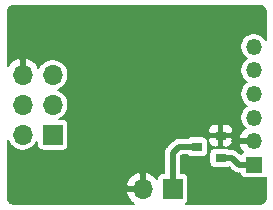
<source format=gbr>
%TF.GenerationSoftware,KiCad,Pcbnew,5.1.9-73d0e3b20d~88~ubuntu20.04.1*%
%TF.CreationDate,2021-03-05T17:06:57-06:00*%
%TF.ProjectId,avricsp-breakout,61767269-6373-4702-9d62-7265616b6f75,rev?*%
%TF.SameCoordinates,Original*%
%TF.FileFunction,Copper,L2,Bot*%
%TF.FilePolarity,Positive*%
%FSLAX46Y46*%
G04 Gerber Fmt 4.6, Leading zero omitted, Abs format (unit mm)*
G04 Created by KiCad (PCBNEW 5.1.9-73d0e3b20d~88~ubuntu20.04.1) date 2021-03-05 17:06:57*
%MOMM*%
%LPD*%
G01*
G04 APERTURE LIST*
%TA.AperFunction,ComponentPad*%
%ADD10O,1.350000X1.350000*%
%TD*%
%TA.AperFunction,ComponentPad*%
%ADD11R,1.350000X1.350000*%
%TD*%
%TA.AperFunction,SMDPad,CuDef*%
%ADD12R,0.900000X0.800000*%
%TD*%
%TA.AperFunction,ComponentPad*%
%ADD13O,1.700000X1.700000*%
%TD*%
%TA.AperFunction,ComponentPad*%
%ADD14R,1.700000X1.700000*%
%TD*%
%TA.AperFunction,ViaPad*%
%ADD15C,0.800000*%
%TD*%
%TA.AperFunction,Conductor*%
%ADD16C,0.508000*%
%TD*%
%TA.AperFunction,Conductor*%
%ADD17C,0.203200*%
%TD*%
%TA.AperFunction,Conductor*%
%ADD18C,0.100000*%
%TD*%
G04 APERTURE END LIST*
D10*
%TO.P,J2,6*%
%TO.N,/~RST*%
X137922000Y-108364000D03*
%TO.P,J2,5*%
%TO.N,/SCK*%
X137922000Y-110364000D03*
%TO.P,J2,4*%
%TO.N,/MOSI*%
X137922000Y-112364000D03*
%TO.P,J2,3*%
%TO.N,/MISO*%
X137922000Y-114364000D03*
%TO.P,J2,2*%
%TO.N,GND*%
X137922000Y-116364000D03*
D11*
%TO.P,J2,1*%
%TO.N,VCC*%
X137922000Y-118364000D03*
%TD*%
D12*
%TO.P,Q1,3*%
%TO.N,/Vraw+*%
X133112000Y-116840000D03*
%TO.P,Q1,2*%
%TO.N,VCC*%
X135112000Y-117790000D03*
%TO.P,Q1,1*%
%TO.N,GND*%
X135112000Y-115890000D03*
%TD*%
D13*
%TO.P,ICSP,6*%
%TO.N,GND*%
X118364000Y-110744000D03*
%TO.P,ICSP,5*%
%TO.N,Net-(J3-Pad5)*%
X120904000Y-110744000D03*
%TO.P,ICSP,4*%
%TO.N,Net-(J3-Pad4)*%
X118364000Y-113284000D03*
%TO.P,ICSP,3*%
%TO.N,Net-(J3-Pad3)*%
X120904000Y-113284000D03*
%TO.P,ICSP,2*%
%TO.N,VCC*%
X118364000Y-115824000D03*
D14*
%TO.P,ICSP,1*%
%TO.N,Net-(J3-Pad1)*%
X120904000Y-115824000D03*
%TD*%
D13*
%TO.P,PWR,2*%
%TO.N,GND*%
X128524000Y-120396000D03*
D14*
%TO.P,PWR,1*%
%TO.N,/Vraw+*%
X131064000Y-120396000D03*
%TD*%
D15*
%TO.N,GND*%
X137922000Y-120396000D03*
X133350000Y-120396000D03*
X136144000Y-113284000D03*
X136144000Y-111252000D03*
X136144000Y-109474000D03*
X136144000Y-106934000D03*
X130048000Y-109474000D03*
X130048000Y-111252000D03*
X130048000Y-113284000D03*
X130048000Y-106934000D03*
X133350000Y-115316000D03*
X136398000Y-116332000D03*
X129540000Y-118618000D03*
X126492000Y-120396000D03*
X122428000Y-117348000D03*
X117602000Y-105410000D03*
X138430000Y-105410000D03*
X117602000Y-108458000D03*
X117602000Y-118618000D03*
X117602000Y-121158000D03*
X123190000Y-121158000D03*
%TD*%
D16*
%TO.N,VCC*%
X137922000Y-118364000D02*
X136652000Y-118364000D01*
X136078000Y-117790000D02*
X135112000Y-117790000D01*
X136652000Y-118364000D02*
X136078000Y-117790000D01*
%TO.N,/Vraw+*%
X131064000Y-120396000D02*
X131572000Y-120396000D01*
X133112000Y-116840000D02*
X131572000Y-116840000D01*
X131064000Y-117348000D02*
X131064000Y-120396000D01*
X131572000Y-116840000D02*
X131064000Y-117348000D01*
%TD*%
D17*
%TO.N,GND*%
X138528275Y-104913670D02*
X138622807Y-104942211D01*
X138709999Y-104988571D01*
X138786520Y-105050981D01*
X138849466Y-105127070D01*
X138896430Y-105213926D01*
X138925632Y-105308264D01*
X138938401Y-105429754D01*
X138938401Y-107801526D01*
X138821167Y-107626073D01*
X138659927Y-107464833D01*
X138470329Y-107338148D01*
X138259659Y-107250886D01*
X138036014Y-107206400D01*
X137807986Y-107206400D01*
X137584341Y-107250886D01*
X137373671Y-107338148D01*
X137184073Y-107464833D01*
X137022833Y-107626073D01*
X136896148Y-107815671D01*
X136808886Y-108026341D01*
X136764400Y-108249986D01*
X136764400Y-108478014D01*
X136808886Y-108701659D01*
X136896148Y-108912329D01*
X137022833Y-109101927D01*
X137184073Y-109263167D01*
X137334981Y-109364000D01*
X137184073Y-109464833D01*
X137022833Y-109626073D01*
X136896148Y-109815671D01*
X136808886Y-110026341D01*
X136764400Y-110249986D01*
X136764400Y-110478014D01*
X136808886Y-110701659D01*
X136896148Y-110912329D01*
X137022833Y-111101927D01*
X137184073Y-111263167D01*
X137334981Y-111364000D01*
X137184073Y-111464833D01*
X137022833Y-111626073D01*
X136896148Y-111815671D01*
X136808886Y-112026341D01*
X136764400Y-112249986D01*
X136764400Y-112478014D01*
X136808886Y-112701659D01*
X136896148Y-112912329D01*
X137022833Y-113101927D01*
X137184073Y-113263167D01*
X137334981Y-113364000D01*
X137184073Y-113464833D01*
X137022833Y-113626073D01*
X136896148Y-113815671D01*
X136808886Y-114026341D01*
X136764400Y-114249986D01*
X136764400Y-114478014D01*
X136808886Y-114701659D01*
X136896148Y-114912329D01*
X137022833Y-115101927D01*
X137184073Y-115263167D01*
X137226339Y-115291408D01*
X137125593Y-115356057D01*
X136944256Y-115530796D01*
X136800493Y-115737554D01*
X136699829Y-115968386D01*
X136686016Y-116013940D01*
X136800104Y-116211600D01*
X137769600Y-116211600D01*
X137769600Y-116191600D01*
X138074400Y-116191600D01*
X138074400Y-116211600D01*
X138094400Y-116211600D01*
X138094400Y-116516400D01*
X138074400Y-116516400D01*
X138074400Y-116536400D01*
X137769600Y-116536400D01*
X137769600Y-116516400D01*
X136800104Y-116516400D01*
X136686016Y-116714060D01*
X136699829Y-116759614D01*
X136800493Y-116990446D01*
X136944256Y-117197204D01*
X137015279Y-117265643D01*
X136977585Y-117285791D01*
X136904099Y-117346099D01*
X136843791Y-117419585D01*
X136810875Y-117481166D01*
X136624445Y-117294736D01*
X136601375Y-117266625D01*
X136489213Y-117174576D01*
X136361249Y-117106178D01*
X136222399Y-117064058D01*
X136114186Y-117053400D01*
X136114183Y-117053400D01*
X136078000Y-117049836D01*
X136041817Y-117053400D01*
X135910072Y-117053400D01*
X135904901Y-117047099D01*
X135831415Y-116986791D01*
X135747577Y-116941978D01*
X135656606Y-116914383D01*
X135562000Y-116905065D01*
X134662000Y-116905065D01*
X134567394Y-116914383D01*
X134476423Y-116941978D01*
X134392585Y-116986791D01*
X134319099Y-117047099D01*
X134258791Y-117120585D01*
X134213978Y-117204423D01*
X134186383Y-117295394D01*
X134177065Y-117390000D01*
X134177065Y-118190000D01*
X134186383Y-118284606D01*
X134213978Y-118375577D01*
X134258791Y-118459415D01*
X134319099Y-118532901D01*
X134392585Y-118593209D01*
X134476423Y-118638022D01*
X134567394Y-118665617D01*
X134662000Y-118674935D01*
X135562000Y-118674935D01*
X135656606Y-118665617D01*
X135747577Y-118638022D01*
X135831415Y-118593209D01*
X135835855Y-118589565D01*
X136105559Y-118859269D01*
X136128625Y-118887375D01*
X136240787Y-118979424D01*
X136368751Y-119047822D01*
X136507601Y-119089942D01*
X136652000Y-119104164D01*
X136688186Y-119100600D01*
X136768132Y-119100600D01*
X136771383Y-119133606D01*
X136798978Y-119224577D01*
X136843791Y-119308415D01*
X136904099Y-119381901D01*
X136977585Y-119442209D01*
X137061423Y-119487022D01*
X137152394Y-119514617D01*
X137247000Y-119523935D01*
X138597000Y-119523935D01*
X138691606Y-119514617D01*
X138782577Y-119487022D01*
X138866415Y-119442209D01*
X138938400Y-119383133D01*
X138938400Y-121133177D01*
X138926330Y-121256274D01*
X138897788Y-121350810D01*
X138851429Y-121437998D01*
X138789019Y-121514520D01*
X138712932Y-121577465D01*
X138626073Y-121624430D01*
X138531737Y-121653632D01*
X138410255Y-121666400D01*
X132151253Y-121666400D01*
X132183415Y-121649209D01*
X132256901Y-121588901D01*
X132317209Y-121515415D01*
X132362022Y-121431577D01*
X132389617Y-121340606D01*
X132398935Y-121246000D01*
X132398935Y-119546000D01*
X132389617Y-119451394D01*
X132362022Y-119360423D01*
X132317209Y-119276585D01*
X132256901Y-119203099D01*
X132183415Y-119142791D01*
X132099577Y-119097978D01*
X132008606Y-119070383D01*
X131914000Y-119061065D01*
X131800600Y-119061065D01*
X131800600Y-117653109D01*
X131877109Y-117576600D01*
X132313928Y-117576600D01*
X132319099Y-117582901D01*
X132392585Y-117643209D01*
X132476423Y-117688022D01*
X132567394Y-117715617D01*
X132662000Y-117724935D01*
X133562000Y-117724935D01*
X133656606Y-117715617D01*
X133747577Y-117688022D01*
X133831415Y-117643209D01*
X133904901Y-117582901D01*
X133965209Y-117509415D01*
X134010022Y-117425577D01*
X134037617Y-117334606D01*
X134046935Y-117240000D01*
X134046935Y-116440000D01*
X134037617Y-116345394D01*
X134020814Y-116290000D01*
X134049450Y-116290000D01*
X134061220Y-116409503D01*
X134096078Y-116524413D01*
X134152683Y-116630315D01*
X134228862Y-116723138D01*
X134321685Y-116799317D01*
X134427587Y-116855922D01*
X134542497Y-116890780D01*
X134662000Y-116902550D01*
X134807200Y-116899600D01*
X134959600Y-116747200D01*
X134959600Y-116042400D01*
X135264400Y-116042400D01*
X135264400Y-116747200D01*
X135416800Y-116899600D01*
X135562000Y-116902550D01*
X135681503Y-116890780D01*
X135796413Y-116855922D01*
X135902315Y-116799317D01*
X135995138Y-116723138D01*
X136071317Y-116630315D01*
X136127922Y-116524413D01*
X136162780Y-116409503D01*
X136174550Y-116290000D01*
X136171600Y-116194800D01*
X136019200Y-116042400D01*
X135264400Y-116042400D01*
X134959600Y-116042400D01*
X134204800Y-116042400D01*
X134052400Y-116194800D01*
X134049450Y-116290000D01*
X134020814Y-116290000D01*
X134010022Y-116254423D01*
X133965209Y-116170585D01*
X133904901Y-116097099D01*
X133831415Y-116036791D01*
X133747577Y-115991978D01*
X133656606Y-115964383D01*
X133562000Y-115955065D01*
X132662000Y-115955065D01*
X132567394Y-115964383D01*
X132476423Y-115991978D01*
X132392585Y-116036791D01*
X132319099Y-116097099D01*
X132313928Y-116103400D01*
X131608175Y-116103400D01*
X131571999Y-116099837D01*
X131535823Y-116103400D01*
X131535814Y-116103400D01*
X131427601Y-116114058D01*
X131288751Y-116156178D01*
X131160787Y-116224576D01*
X131048625Y-116316625D01*
X131025554Y-116344737D01*
X130568732Y-116801559D01*
X130540625Y-116824626D01*
X130517559Y-116852732D01*
X130517558Y-116852733D01*
X130511941Y-116859577D01*
X130448576Y-116936788D01*
X130380178Y-117064752D01*
X130338058Y-117203602D01*
X130327400Y-117311814D01*
X130323836Y-117348000D01*
X130327400Y-117384183D01*
X130327401Y-119061065D01*
X130214000Y-119061065D01*
X130119394Y-119070383D01*
X130028423Y-119097978D01*
X129944585Y-119142791D01*
X129871099Y-119203099D01*
X129810791Y-119276585D01*
X129765978Y-119360423D01*
X129738383Y-119451394D01*
X129729065Y-119546000D01*
X129729065Y-119583151D01*
X129682087Y-119507585D01*
X129486514Y-119298724D01*
X129253952Y-119132031D01*
X128993338Y-119013911D01*
X128901607Y-118986090D01*
X128676400Y-119097714D01*
X128676400Y-120243600D01*
X128696400Y-120243600D01*
X128696400Y-120548400D01*
X128676400Y-120548400D01*
X128676400Y-120568400D01*
X128371600Y-120568400D01*
X128371600Y-120548400D01*
X127224772Y-120548400D01*
X127114085Y-120773608D01*
X127214844Y-121041413D01*
X127365913Y-121284415D01*
X127561486Y-121493276D01*
X127794048Y-121659969D01*
X127808237Y-121666400D01*
X117626823Y-121666400D01*
X117503726Y-121654330D01*
X117409190Y-121625788D01*
X117322002Y-121579429D01*
X117245480Y-121517019D01*
X117182535Y-121440932D01*
X117135570Y-121354073D01*
X117106368Y-121259737D01*
X117093600Y-121138255D01*
X117093600Y-120018392D01*
X127114085Y-120018392D01*
X127224772Y-120243600D01*
X128371600Y-120243600D01*
X128371600Y-119097714D01*
X128146393Y-118986090D01*
X128054662Y-119013911D01*
X127794048Y-119132031D01*
X127561486Y-119298724D01*
X127365913Y-119507585D01*
X127214844Y-119750587D01*
X127114085Y-120018392D01*
X117093600Y-120018392D01*
X117093600Y-116239235D01*
X117183065Y-116455223D01*
X117328902Y-116673483D01*
X117514517Y-116859098D01*
X117732777Y-117004935D01*
X117975295Y-117105389D01*
X118232750Y-117156600D01*
X118495250Y-117156600D01*
X118752705Y-117105389D01*
X118995223Y-117004935D01*
X119213483Y-116859098D01*
X119399098Y-116673483D01*
X119544935Y-116455223D01*
X119569065Y-116396968D01*
X119569065Y-116674000D01*
X119578383Y-116768606D01*
X119605978Y-116859577D01*
X119650791Y-116943415D01*
X119711099Y-117016901D01*
X119784585Y-117077209D01*
X119868423Y-117122022D01*
X119959394Y-117149617D01*
X120054000Y-117158935D01*
X121754000Y-117158935D01*
X121848606Y-117149617D01*
X121939577Y-117122022D01*
X122023415Y-117077209D01*
X122096901Y-117016901D01*
X122157209Y-116943415D01*
X122202022Y-116859577D01*
X122229617Y-116768606D01*
X122238935Y-116674000D01*
X122238935Y-115490000D01*
X134049450Y-115490000D01*
X134052400Y-115585200D01*
X134204800Y-115737600D01*
X134959600Y-115737600D01*
X134959600Y-115032800D01*
X135264400Y-115032800D01*
X135264400Y-115737600D01*
X136019200Y-115737600D01*
X136171600Y-115585200D01*
X136174550Y-115490000D01*
X136162780Y-115370497D01*
X136127922Y-115255587D01*
X136071317Y-115149685D01*
X135995138Y-115056862D01*
X135902315Y-114980683D01*
X135796413Y-114924078D01*
X135681503Y-114889220D01*
X135562000Y-114877450D01*
X135416800Y-114880400D01*
X135264400Y-115032800D01*
X134959600Y-115032800D01*
X134807200Y-114880400D01*
X134662000Y-114877450D01*
X134542497Y-114889220D01*
X134427587Y-114924078D01*
X134321685Y-114980683D01*
X134228862Y-115056862D01*
X134152683Y-115149685D01*
X134096078Y-115255587D01*
X134061220Y-115370497D01*
X134049450Y-115490000D01*
X122238935Y-115490000D01*
X122238935Y-114974000D01*
X122229617Y-114879394D01*
X122202022Y-114788423D01*
X122157209Y-114704585D01*
X122096901Y-114631099D01*
X122023415Y-114570791D01*
X121939577Y-114525978D01*
X121848606Y-114498383D01*
X121754000Y-114489065D01*
X121476968Y-114489065D01*
X121535223Y-114464935D01*
X121753483Y-114319098D01*
X121939098Y-114133483D01*
X122084935Y-113915223D01*
X122185389Y-113672705D01*
X122236600Y-113415250D01*
X122236600Y-113152750D01*
X122185389Y-112895295D01*
X122084935Y-112652777D01*
X121939098Y-112434517D01*
X121753483Y-112248902D01*
X121535223Y-112103065D01*
X121320201Y-112014000D01*
X121535223Y-111924935D01*
X121753483Y-111779098D01*
X121939098Y-111593483D01*
X122084935Y-111375223D01*
X122185389Y-111132705D01*
X122236600Y-110875250D01*
X122236600Y-110612750D01*
X122185389Y-110355295D01*
X122084935Y-110112777D01*
X121939098Y-109894517D01*
X121753483Y-109708902D01*
X121535223Y-109563065D01*
X121292705Y-109462611D01*
X121035250Y-109411400D01*
X120772750Y-109411400D01*
X120515295Y-109462611D01*
X120272777Y-109563065D01*
X120054517Y-109708902D01*
X119868902Y-109894517D01*
X119723065Y-110112777D01*
X119699023Y-110170819D01*
X119627969Y-110014048D01*
X119461276Y-109781486D01*
X119252415Y-109585913D01*
X119009413Y-109434844D01*
X118741608Y-109334085D01*
X118516400Y-109444772D01*
X118516400Y-110591600D01*
X118536400Y-110591600D01*
X118536400Y-110896400D01*
X118516400Y-110896400D01*
X118516400Y-110916400D01*
X118211600Y-110916400D01*
X118211600Y-110896400D01*
X118191600Y-110896400D01*
X118191600Y-110591600D01*
X118211600Y-110591600D01*
X118211600Y-109444772D01*
X117986392Y-109334085D01*
X117718587Y-109434844D01*
X117475585Y-109585913D01*
X117266724Y-109781486D01*
X117100031Y-110014048D01*
X117093600Y-110028237D01*
X117093600Y-105434823D01*
X117105670Y-105311725D01*
X117134211Y-105217193D01*
X117180571Y-105130001D01*
X117242981Y-105053480D01*
X117319070Y-104990534D01*
X117405926Y-104943570D01*
X117500264Y-104914368D01*
X117621745Y-104901600D01*
X138405177Y-104901600D01*
X138528275Y-104913670D01*
%TA.AperFunction,Conductor*%
D18*
G36*
X138528275Y-104913670D02*
G01*
X138622807Y-104942211D01*
X138709999Y-104988571D01*
X138786520Y-105050981D01*
X138849466Y-105127070D01*
X138896430Y-105213926D01*
X138925632Y-105308264D01*
X138938401Y-105429754D01*
X138938401Y-107801526D01*
X138821167Y-107626073D01*
X138659927Y-107464833D01*
X138470329Y-107338148D01*
X138259659Y-107250886D01*
X138036014Y-107206400D01*
X137807986Y-107206400D01*
X137584341Y-107250886D01*
X137373671Y-107338148D01*
X137184073Y-107464833D01*
X137022833Y-107626073D01*
X136896148Y-107815671D01*
X136808886Y-108026341D01*
X136764400Y-108249986D01*
X136764400Y-108478014D01*
X136808886Y-108701659D01*
X136896148Y-108912329D01*
X137022833Y-109101927D01*
X137184073Y-109263167D01*
X137334981Y-109364000D01*
X137184073Y-109464833D01*
X137022833Y-109626073D01*
X136896148Y-109815671D01*
X136808886Y-110026341D01*
X136764400Y-110249986D01*
X136764400Y-110478014D01*
X136808886Y-110701659D01*
X136896148Y-110912329D01*
X137022833Y-111101927D01*
X137184073Y-111263167D01*
X137334981Y-111364000D01*
X137184073Y-111464833D01*
X137022833Y-111626073D01*
X136896148Y-111815671D01*
X136808886Y-112026341D01*
X136764400Y-112249986D01*
X136764400Y-112478014D01*
X136808886Y-112701659D01*
X136896148Y-112912329D01*
X137022833Y-113101927D01*
X137184073Y-113263167D01*
X137334981Y-113364000D01*
X137184073Y-113464833D01*
X137022833Y-113626073D01*
X136896148Y-113815671D01*
X136808886Y-114026341D01*
X136764400Y-114249986D01*
X136764400Y-114478014D01*
X136808886Y-114701659D01*
X136896148Y-114912329D01*
X137022833Y-115101927D01*
X137184073Y-115263167D01*
X137226339Y-115291408D01*
X137125593Y-115356057D01*
X136944256Y-115530796D01*
X136800493Y-115737554D01*
X136699829Y-115968386D01*
X136686016Y-116013940D01*
X136800104Y-116211600D01*
X137769600Y-116211600D01*
X137769600Y-116191600D01*
X138074400Y-116191600D01*
X138074400Y-116211600D01*
X138094400Y-116211600D01*
X138094400Y-116516400D01*
X138074400Y-116516400D01*
X138074400Y-116536400D01*
X137769600Y-116536400D01*
X137769600Y-116516400D01*
X136800104Y-116516400D01*
X136686016Y-116714060D01*
X136699829Y-116759614D01*
X136800493Y-116990446D01*
X136944256Y-117197204D01*
X137015279Y-117265643D01*
X136977585Y-117285791D01*
X136904099Y-117346099D01*
X136843791Y-117419585D01*
X136810875Y-117481166D01*
X136624445Y-117294736D01*
X136601375Y-117266625D01*
X136489213Y-117174576D01*
X136361249Y-117106178D01*
X136222399Y-117064058D01*
X136114186Y-117053400D01*
X136114183Y-117053400D01*
X136078000Y-117049836D01*
X136041817Y-117053400D01*
X135910072Y-117053400D01*
X135904901Y-117047099D01*
X135831415Y-116986791D01*
X135747577Y-116941978D01*
X135656606Y-116914383D01*
X135562000Y-116905065D01*
X134662000Y-116905065D01*
X134567394Y-116914383D01*
X134476423Y-116941978D01*
X134392585Y-116986791D01*
X134319099Y-117047099D01*
X134258791Y-117120585D01*
X134213978Y-117204423D01*
X134186383Y-117295394D01*
X134177065Y-117390000D01*
X134177065Y-118190000D01*
X134186383Y-118284606D01*
X134213978Y-118375577D01*
X134258791Y-118459415D01*
X134319099Y-118532901D01*
X134392585Y-118593209D01*
X134476423Y-118638022D01*
X134567394Y-118665617D01*
X134662000Y-118674935D01*
X135562000Y-118674935D01*
X135656606Y-118665617D01*
X135747577Y-118638022D01*
X135831415Y-118593209D01*
X135835855Y-118589565D01*
X136105559Y-118859269D01*
X136128625Y-118887375D01*
X136240787Y-118979424D01*
X136368751Y-119047822D01*
X136507601Y-119089942D01*
X136652000Y-119104164D01*
X136688186Y-119100600D01*
X136768132Y-119100600D01*
X136771383Y-119133606D01*
X136798978Y-119224577D01*
X136843791Y-119308415D01*
X136904099Y-119381901D01*
X136977585Y-119442209D01*
X137061423Y-119487022D01*
X137152394Y-119514617D01*
X137247000Y-119523935D01*
X138597000Y-119523935D01*
X138691606Y-119514617D01*
X138782577Y-119487022D01*
X138866415Y-119442209D01*
X138938400Y-119383133D01*
X138938400Y-121133177D01*
X138926330Y-121256274D01*
X138897788Y-121350810D01*
X138851429Y-121437998D01*
X138789019Y-121514520D01*
X138712932Y-121577465D01*
X138626073Y-121624430D01*
X138531737Y-121653632D01*
X138410255Y-121666400D01*
X132151253Y-121666400D01*
X132183415Y-121649209D01*
X132256901Y-121588901D01*
X132317209Y-121515415D01*
X132362022Y-121431577D01*
X132389617Y-121340606D01*
X132398935Y-121246000D01*
X132398935Y-119546000D01*
X132389617Y-119451394D01*
X132362022Y-119360423D01*
X132317209Y-119276585D01*
X132256901Y-119203099D01*
X132183415Y-119142791D01*
X132099577Y-119097978D01*
X132008606Y-119070383D01*
X131914000Y-119061065D01*
X131800600Y-119061065D01*
X131800600Y-117653109D01*
X131877109Y-117576600D01*
X132313928Y-117576600D01*
X132319099Y-117582901D01*
X132392585Y-117643209D01*
X132476423Y-117688022D01*
X132567394Y-117715617D01*
X132662000Y-117724935D01*
X133562000Y-117724935D01*
X133656606Y-117715617D01*
X133747577Y-117688022D01*
X133831415Y-117643209D01*
X133904901Y-117582901D01*
X133965209Y-117509415D01*
X134010022Y-117425577D01*
X134037617Y-117334606D01*
X134046935Y-117240000D01*
X134046935Y-116440000D01*
X134037617Y-116345394D01*
X134020814Y-116290000D01*
X134049450Y-116290000D01*
X134061220Y-116409503D01*
X134096078Y-116524413D01*
X134152683Y-116630315D01*
X134228862Y-116723138D01*
X134321685Y-116799317D01*
X134427587Y-116855922D01*
X134542497Y-116890780D01*
X134662000Y-116902550D01*
X134807200Y-116899600D01*
X134959600Y-116747200D01*
X134959600Y-116042400D01*
X135264400Y-116042400D01*
X135264400Y-116747200D01*
X135416800Y-116899600D01*
X135562000Y-116902550D01*
X135681503Y-116890780D01*
X135796413Y-116855922D01*
X135902315Y-116799317D01*
X135995138Y-116723138D01*
X136071317Y-116630315D01*
X136127922Y-116524413D01*
X136162780Y-116409503D01*
X136174550Y-116290000D01*
X136171600Y-116194800D01*
X136019200Y-116042400D01*
X135264400Y-116042400D01*
X134959600Y-116042400D01*
X134204800Y-116042400D01*
X134052400Y-116194800D01*
X134049450Y-116290000D01*
X134020814Y-116290000D01*
X134010022Y-116254423D01*
X133965209Y-116170585D01*
X133904901Y-116097099D01*
X133831415Y-116036791D01*
X133747577Y-115991978D01*
X133656606Y-115964383D01*
X133562000Y-115955065D01*
X132662000Y-115955065D01*
X132567394Y-115964383D01*
X132476423Y-115991978D01*
X132392585Y-116036791D01*
X132319099Y-116097099D01*
X132313928Y-116103400D01*
X131608175Y-116103400D01*
X131571999Y-116099837D01*
X131535823Y-116103400D01*
X131535814Y-116103400D01*
X131427601Y-116114058D01*
X131288751Y-116156178D01*
X131160787Y-116224576D01*
X131048625Y-116316625D01*
X131025554Y-116344737D01*
X130568732Y-116801559D01*
X130540625Y-116824626D01*
X130517559Y-116852732D01*
X130517558Y-116852733D01*
X130511941Y-116859577D01*
X130448576Y-116936788D01*
X130380178Y-117064752D01*
X130338058Y-117203602D01*
X130327400Y-117311814D01*
X130323836Y-117348000D01*
X130327400Y-117384183D01*
X130327401Y-119061065D01*
X130214000Y-119061065D01*
X130119394Y-119070383D01*
X130028423Y-119097978D01*
X129944585Y-119142791D01*
X129871099Y-119203099D01*
X129810791Y-119276585D01*
X129765978Y-119360423D01*
X129738383Y-119451394D01*
X129729065Y-119546000D01*
X129729065Y-119583151D01*
X129682087Y-119507585D01*
X129486514Y-119298724D01*
X129253952Y-119132031D01*
X128993338Y-119013911D01*
X128901607Y-118986090D01*
X128676400Y-119097714D01*
X128676400Y-120243600D01*
X128696400Y-120243600D01*
X128696400Y-120548400D01*
X128676400Y-120548400D01*
X128676400Y-120568400D01*
X128371600Y-120568400D01*
X128371600Y-120548400D01*
X127224772Y-120548400D01*
X127114085Y-120773608D01*
X127214844Y-121041413D01*
X127365913Y-121284415D01*
X127561486Y-121493276D01*
X127794048Y-121659969D01*
X127808237Y-121666400D01*
X117626823Y-121666400D01*
X117503726Y-121654330D01*
X117409190Y-121625788D01*
X117322002Y-121579429D01*
X117245480Y-121517019D01*
X117182535Y-121440932D01*
X117135570Y-121354073D01*
X117106368Y-121259737D01*
X117093600Y-121138255D01*
X117093600Y-120018392D01*
X127114085Y-120018392D01*
X127224772Y-120243600D01*
X128371600Y-120243600D01*
X128371600Y-119097714D01*
X128146393Y-118986090D01*
X128054662Y-119013911D01*
X127794048Y-119132031D01*
X127561486Y-119298724D01*
X127365913Y-119507585D01*
X127214844Y-119750587D01*
X127114085Y-120018392D01*
X117093600Y-120018392D01*
X117093600Y-116239235D01*
X117183065Y-116455223D01*
X117328902Y-116673483D01*
X117514517Y-116859098D01*
X117732777Y-117004935D01*
X117975295Y-117105389D01*
X118232750Y-117156600D01*
X118495250Y-117156600D01*
X118752705Y-117105389D01*
X118995223Y-117004935D01*
X119213483Y-116859098D01*
X119399098Y-116673483D01*
X119544935Y-116455223D01*
X119569065Y-116396968D01*
X119569065Y-116674000D01*
X119578383Y-116768606D01*
X119605978Y-116859577D01*
X119650791Y-116943415D01*
X119711099Y-117016901D01*
X119784585Y-117077209D01*
X119868423Y-117122022D01*
X119959394Y-117149617D01*
X120054000Y-117158935D01*
X121754000Y-117158935D01*
X121848606Y-117149617D01*
X121939577Y-117122022D01*
X122023415Y-117077209D01*
X122096901Y-117016901D01*
X122157209Y-116943415D01*
X122202022Y-116859577D01*
X122229617Y-116768606D01*
X122238935Y-116674000D01*
X122238935Y-115490000D01*
X134049450Y-115490000D01*
X134052400Y-115585200D01*
X134204800Y-115737600D01*
X134959600Y-115737600D01*
X134959600Y-115032800D01*
X135264400Y-115032800D01*
X135264400Y-115737600D01*
X136019200Y-115737600D01*
X136171600Y-115585200D01*
X136174550Y-115490000D01*
X136162780Y-115370497D01*
X136127922Y-115255587D01*
X136071317Y-115149685D01*
X135995138Y-115056862D01*
X135902315Y-114980683D01*
X135796413Y-114924078D01*
X135681503Y-114889220D01*
X135562000Y-114877450D01*
X135416800Y-114880400D01*
X135264400Y-115032800D01*
X134959600Y-115032800D01*
X134807200Y-114880400D01*
X134662000Y-114877450D01*
X134542497Y-114889220D01*
X134427587Y-114924078D01*
X134321685Y-114980683D01*
X134228862Y-115056862D01*
X134152683Y-115149685D01*
X134096078Y-115255587D01*
X134061220Y-115370497D01*
X134049450Y-115490000D01*
X122238935Y-115490000D01*
X122238935Y-114974000D01*
X122229617Y-114879394D01*
X122202022Y-114788423D01*
X122157209Y-114704585D01*
X122096901Y-114631099D01*
X122023415Y-114570791D01*
X121939577Y-114525978D01*
X121848606Y-114498383D01*
X121754000Y-114489065D01*
X121476968Y-114489065D01*
X121535223Y-114464935D01*
X121753483Y-114319098D01*
X121939098Y-114133483D01*
X122084935Y-113915223D01*
X122185389Y-113672705D01*
X122236600Y-113415250D01*
X122236600Y-113152750D01*
X122185389Y-112895295D01*
X122084935Y-112652777D01*
X121939098Y-112434517D01*
X121753483Y-112248902D01*
X121535223Y-112103065D01*
X121320201Y-112014000D01*
X121535223Y-111924935D01*
X121753483Y-111779098D01*
X121939098Y-111593483D01*
X122084935Y-111375223D01*
X122185389Y-111132705D01*
X122236600Y-110875250D01*
X122236600Y-110612750D01*
X122185389Y-110355295D01*
X122084935Y-110112777D01*
X121939098Y-109894517D01*
X121753483Y-109708902D01*
X121535223Y-109563065D01*
X121292705Y-109462611D01*
X121035250Y-109411400D01*
X120772750Y-109411400D01*
X120515295Y-109462611D01*
X120272777Y-109563065D01*
X120054517Y-109708902D01*
X119868902Y-109894517D01*
X119723065Y-110112777D01*
X119699023Y-110170819D01*
X119627969Y-110014048D01*
X119461276Y-109781486D01*
X119252415Y-109585913D01*
X119009413Y-109434844D01*
X118741608Y-109334085D01*
X118516400Y-109444772D01*
X118516400Y-110591600D01*
X118536400Y-110591600D01*
X118536400Y-110896400D01*
X118516400Y-110896400D01*
X118516400Y-110916400D01*
X118211600Y-110916400D01*
X118211600Y-110896400D01*
X118191600Y-110896400D01*
X118191600Y-110591600D01*
X118211600Y-110591600D01*
X118211600Y-109444772D01*
X117986392Y-109334085D01*
X117718587Y-109434844D01*
X117475585Y-109585913D01*
X117266724Y-109781486D01*
X117100031Y-110014048D01*
X117093600Y-110028237D01*
X117093600Y-105434823D01*
X117105670Y-105311725D01*
X117134211Y-105217193D01*
X117180571Y-105130001D01*
X117242981Y-105053480D01*
X117319070Y-104990534D01*
X117405926Y-104943570D01*
X117500264Y-104914368D01*
X117621745Y-104901600D01*
X138405177Y-104901600D01*
X138528275Y-104913670D01*
G37*
%TD.AperFunction*%
%TD*%
M02*

</source>
